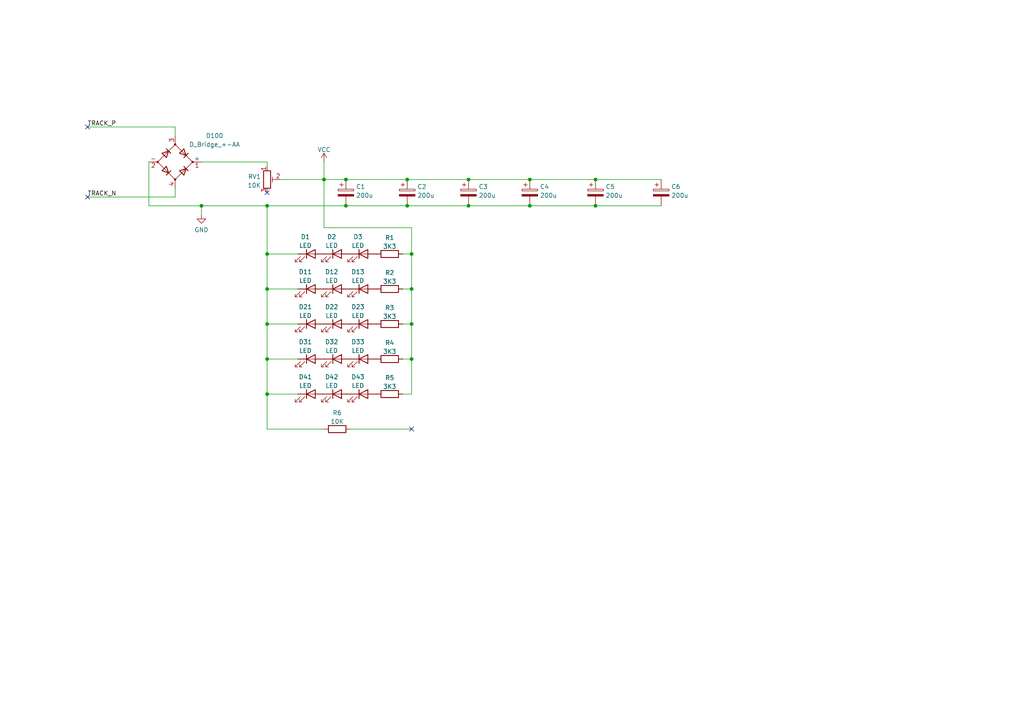
<source format=kicad_sch>
(kicad_sch (version 20211123) (generator eeschema)
  (paper "A4")
  (lib_symbols
    (symbol "Device:C_Polarized" (pin_numbers hide) (pin_names (offset 0.254))
      (property "Reference" "C" (at 0.635 2.54 0))
      (property "Value" "C_Polarized" (at 0.635 -2.54 0))
      (symbol "C_Polarized_0_1"
        (rectangle (start -2.286 0.508) (end 2.286 1.016))
        (polyline (pts (xy -1.778 2.286) (xy -0.762 2.286)))
        (polyline (pts (xy -1.27 2.794) (xy -1.27 1.778)))
        (rectangle (start 2.286 -0.508) (end -2.286 -1.016) (fill (type outline)))
      )
      (symbol "C_Polarized_1_1"
        (pin passive line (at 0 3.81 270) (length 2.794) (name "~") (number "1"))
        (pin passive line (at 0 -3.81 90) (length 2.794) (name "~") (number "2"))
      )
    )
    (symbol "Device:D_Bridge_+-AA" (pin_names (offset 0))
      (property "Reference" "D" (at 2.54 6.985 0))
      (property "Value" "D_Bridge_+-AA" (at 2.54 5.08 0))
      (symbol "D_Bridge_+-AA_0_1"
        (circle (center -5.08 0) (radius 0.254) (fill (type outline)))
        (circle (center 0 -5.08) (radius 0.254) (fill (type outline)))
        (polyline (pts (xy -2.54 3.81) (xy -1.27 2.54)) (stroke (width 0.254)))
        (polyline (pts (xy -1.27 -2.54) (xy -2.54 -3.81)) (stroke (width 0.254)))
        (polyline (pts (xy 2.54 -1.27) (xy 3.81 -2.54)) (stroke (width 0.254)))
        (polyline (pts (xy 2.54 1.27) (xy 3.81 2.54)) (stroke (width 0.254)))
        (polyline (pts (xy -3.81 2.54) (xy -2.54 1.27) (xy -1.905 3.175) (xy -3.81 2.54)) (stroke (width 0.254)))
        (polyline (pts (xy -2.54 -1.27) (xy -3.81 -2.54) (xy -1.905 -3.175) (xy -2.54 -1.27)) (stroke (width 0.254)))
        (polyline (pts (xy 1.27 2.54) (xy 2.54 3.81) (xy 3.175 1.905) (xy 1.27 2.54)) (stroke (width 0.254)))
        (polyline (pts (xy 3.175 -1.905) (xy 1.27 -2.54) (xy 2.54 -3.81) (xy 3.175 -1.905)) (stroke (width 0.254)))
        (polyline (pts (xy -5.08 0) (xy 0 -5.08) (xy 5.08 0) (xy 0 5.08) (xy -5.08 0)))
        (circle (center 0 5.08) (radius 0.254) (fill (type outline)))
        (circle (center 5.08 0) (radius 0.254) (fill (type outline)))
      )
      (symbol "D_Bridge_+-AA_1_1"
        (pin passive line (at 7.62 0 180) (length 2.54) (name "+") (number "1"))
        (pin passive line (at -7.62 0 0) (length 2.54) (name "-") (number "2"))
        (pin passive line (at 0 7.62 270) (length 2.54) (name "~") (number "3"))
        (pin passive line (at 0 -7.62 90) (length 2.54) (name "~") (number "4"))
      )
    )
    (symbol "Device:LED" (pin_numbers hide) (pin_names (offset 1.016) hide)
      (property "Reference" "D" (at 0 2.54 0))
      (property "Value" "LED" (at 0 -2.54 0))
      (symbol "LED_0_1"
        (polyline (pts (xy -1.27 -1.27) (xy -1.27 1.27)) (stroke (width 0.254)))
        (polyline (pts (xy -1.27 0) (xy 1.27 0)))
        (polyline (pts (xy 1.27 -1.27) (xy 1.27 1.27) (xy -1.27 0) (xy 1.27 -1.27)) (stroke (width 0.254)))
        (polyline (pts (xy -3.048 -0.762) (xy -4.572 -2.286) (xy -3.81 -2.286) (xy -4.572 -2.286) (xy -4.572 -1.524)))
        (polyline (pts (xy -1.778 -0.762) (xy -3.302 -2.286) (xy -2.54 -2.286) (xy -3.302 -2.286) (xy -3.302 -1.524)))
      )
      (symbol "LED_1_1"
        (pin passive line (at -3.81 0 0) (length 2.54) (name "K") (number "1"))
        (pin passive line (at 3.81 0 180) (length 2.54) (name "A") (number "2"))
      )
    )
    (symbol "Device:R" (pin_numbers hide) (pin_names (offset 0))
      (property "Reference" "R" (at 2.032 0 90))
      (property "Value" "R" (at 0 0 90))
      (symbol "R_0_1"
        (rectangle (start -1.016 -2.54) (end 1.016 2.54) (stroke (width 0.254)))
      )
      (symbol "R_1_1"
        (pin passive line (at 0 3.81 270) (length 1.27) (name "~") (number "1"))
        (pin passive line (at 0 -3.81 90) (length 1.27) (name "~") (number "2"))
      )
    )
    (symbol "Device:R_Potentiometer_Trim" (pin_names (offset 1.016) hide)
      (property "Reference" "RV" (at -4.445 0 90))
      (property "Value" "R_Potentiometer_Trim" (at -2.54 0 90))
      (symbol "R_Potentiometer_Trim_0_1"
        (polyline (pts (xy 1.524 0.762) (xy 1.524 -0.762)))
        (polyline (pts (xy 2.54 0) (xy 1.524 0)))
        (rectangle (start 1.016 2.54) (end -1.016 -2.54) (stroke (width 0.254)))
      )
      (symbol "R_Potentiometer_Trim_1_1"
        (pin passive line (at 0 3.81 270) (length 1.27) (name "1") (number "1"))
        (pin passive line (at 3.81 0 180) (length 1.27) (name "2") (number "2"))
        (pin passive line (at 0 -3.81 90) (length 1.27) (name "3") (number "3"))
      )
    )
    (symbol "power:GND" (power) (pin_names (offset 0))
      (property "Value" "GND" (at 0 -3.81 0))
      (symbol "GND_0_1"
        (polyline (pts (xy 0 0) (xy 0 -1.27) (xy 1.27 -1.27) (xy 0 -2.54) (xy -1.27 -1.27) (xy 0 -1.27)))
      )
      (symbol "GND_1_1"
        (pin power_in line (at 0 0 270) (length 0) hide (name "GND") (number "1"))
      )
    )
    (symbol "power:VCC" (power) (pin_names (offset 0))
      (property "Value" "VCC" (at 0 3.81 0))
      (symbol "VCC_0_1"
        (polyline (pts (xy -0.762 1.27) (xy 0 2.54)))
        (polyline (pts (xy 0 0) (xy 0 2.54)))
        (polyline (pts (xy 0 2.54) (xy 0.762 1.27)))
      )
      (symbol "VCC_1_1"
        (pin power_in line (at 0 0 90) (length 0) hide (name "VCC") (number "1"))
      )
    )
  )
  (junction (at 118.11 52.07))
  (junction (at 77.47 59.69))
  (junction (at 77.47 114.3))
  (junction (at 119.38 83.82))
  (junction (at 77.47 73.66))
  (junction (at 172.72 59.69))
  (junction (at 135.89 52.07))
  (junction (at 58.42 59.69))
  (junction (at 119.38 73.66))
  (junction (at 153.67 52.07))
  (junction (at 135.89 59.69))
  (junction (at 77.47 83.82))
  (junction (at 118.11 59.69))
  (junction (at 77.47 93.98))
  (junction (at 93.98 52.07))
  (junction (at 119.38 104.14))
  (junction (at 153.67 59.69))
  (junction (at 100.33 52.07))
  (junction (at 119.38 93.98))
  (junction (at 77.47 104.14))
  (junction (at 172.72 52.07))
  (junction (at 100.33 59.69))
  (no_connect (at 119.38 124.46))
  (no_connect (at 25.4 57.15))
  (no_connect (at 25.4 36.83))
  (no_connect (at 77.47 55.88))
  (wire (pts (xy 25.4 57.15) (xy 50.8 57.15)))
  (wire (pts (xy 25.4 36.83) (xy 50.8 36.83)))
  (wire (pts (xy 119.38 93.98) (xy 116.84 93.98)))
  (wire (pts (xy 119.38 83.82) (xy 119.38 93.98)))
  (wire (pts (xy 153.67 59.69) (xy 172.72 59.69)))
  (wire (pts (xy 119.38 66.04) (xy 119.38 73.66)))
  (wire (pts (xy 86.36 73.66) (xy 77.47 73.66)))
  (wire (pts (xy 77.47 104.14) (xy 77.47 114.3)))
  (wire (pts (xy 43.18 59.69) (xy 58.42 59.69)))
  (wire (pts (xy 77.47 83.82) (xy 77.47 73.66)))
  (wire (pts (xy 119.38 73.66) (xy 119.38 83.82)))
  (wire (pts (xy 93.98 46.99) (xy 93.98 52.07)))
  (wire (pts (xy 119.38 83.82) (xy 116.84 83.82)))
  (wire (pts (xy 93.98 66.04) (xy 119.38 66.04)))
  (wire (pts (xy 77.47 124.46) (xy 93.98 124.46)))
  (wire (pts (xy 101.6 124.46) (xy 119.38 124.46)))
  (wire (pts (xy 58.42 59.69) (xy 77.47 59.69)))
  (wire (pts (xy 77.47 114.3) (xy 77.47 124.46)))
  (wire (pts (xy 119.38 104.14) (xy 116.84 104.14)))
  (wire (pts (xy 50.8 54.61) (xy 50.8 57.15)))
  (wire (pts (xy 77.47 93.98) (xy 77.47 104.14)))
  (wire (pts (xy 77.47 59.69) (xy 77.47 73.66)))
  (wire (pts (xy 86.36 104.14) (xy 77.47 104.14)))
  (wire (pts (xy 100.33 59.69) (xy 118.11 59.69)))
  (wire (pts (xy 86.36 114.3) (xy 77.47 114.3)))
  (wire (pts (xy 118.11 52.07) (xy 135.89 52.07)))
  (wire (pts (xy 50.8 39.37) (xy 50.8 36.83)))
  (wire (pts (xy 119.38 114.3) (xy 116.84 114.3)))
  (wire (pts (xy 119.38 73.66) (xy 116.84 73.66)))
  (wire (pts (xy 81.28 52.07) (xy 93.98 52.07)))
  (wire (pts (xy 58.42 59.69) (xy 58.42 62.23)))
  (wire (pts (xy 100.33 52.07) (xy 118.11 52.07)))
  (wire (pts (xy 118.11 59.69) (xy 135.89 59.69)))
  (wire (pts (xy 135.89 52.07) (xy 153.67 52.07)))
  (wire (pts (xy 135.89 59.69) (xy 153.67 59.69)))
  (wire (pts (xy 172.72 59.69) (xy 191.77 59.69)))
  (wire (pts (xy 119.38 93.98) (xy 119.38 104.14)))
  (wire (pts (xy 77.47 46.99) (xy 77.47 48.26)))
  (wire (pts (xy 77.47 59.69) (xy 100.33 59.69)))
  (wire (pts (xy 58.42 46.99) (xy 77.47 46.99)))
  (wire (pts (xy 172.72 52.07) (xy 191.77 52.07)))
  (wire (pts (xy 86.36 83.82) (xy 77.47 83.82)))
  (wire (pts (xy 119.38 104.14) (xy 119.38 114.3)))
  (wire (pts (xy 86.36 93.98) (xy 77.47 93.98)))
  (wire (pts (xy 153.67 52.07) (xy 172.72 52.07)))
  (wire (pts (xy 43.18 46.99) (xy 43.18 59.69)))
  (wire (pts (xy 93.98 52.07) (xy 100.33 52.07)))
  (wire (pts (xy 93.98 52.07) (xy 93.98 66.04)))
  (wire (pts (xy 77.47 83.82) (xy 77.47 93.98)))
  (label "TRACK_N" (at 25.4 57.15 0))
  (label "TRACK_P" (at 25.4 36.83 0))
  (symbol (lib_id "Device:C_Polarized") (at 153.67 55.88 0) (unit 1)
    (property "Reference" "C4" (at 156.591 54.1563 0) (effects (justify left)))
    (property "Value" "200u" (at 156.591 56.6932 0) (effects (justify left)))
    (property "Footprint" "Capacitor_Tantalum_SMD:CP_EIA-7343-31_Kemet-D_Pad2.25x2.55mm_HandSolder" (effects hide))
  )
  (symbol (lib_id "Device:C_Polarized") (at 172.72 55.88 0) (unit 1)
    (property "Reference" "C5" (at 175.641 54.1563 0) (effects (justify left)))
    (property "Value" "200u" (at 175.641 56.6932 0) (effects (justify left)))
    (property "Footprint" "Capacitor_Tantalum_SMD:CP_EIA-7343-31_Kemet-D_Pad2.25x2.55mm_HandSolder" (effects hide))
  )
  (symbol (lib_id "Device:LED") (at 105.41 114.3 0) (unit 1)
    (property "Reference" "D43" (at 103.8225 109.3302 0))
    (property "Value" "LED" (at 103.8225 111.8671 0))
    (property "Footprint" "LED_SMD:LED_PLCC_2835_Handsoldering" (effects hide))
  )
  (symbol (lib_id "Device:R") (at 113.03 114.3 90) (unit 1)
    (property "Reference" "R5" (at 113.03 109.5842 90))
    (property "Value" "3K3" (at 113.03 112.1211 90))
    (property "Footprint" "Resistor_SMD:R_1206_3216Metric_Pad1.30x1.75mm_HandSolder" (effects hide))
  )
  (symbol (lib_id "Device:LED") (at 97.79 93.98 0) (unit 1)
    (property "Reference" "D22" (at 96.2025 89.0102 0))
    (property "Value" "LED" (at 96.2025 91.5471 0))
    (property "Footprint" "LED_SMD:LED_PLCC_2835_Handsoldering" (effects hide))
  )
  (symbol (lib_id "Device:LED") (at 90.17 83.82 0) (unit 1)
    (property "Reference" "D11" (at 88.5825 78.8502 0))
    (property "Value" "LED" (at 88.5825 81.3871 0))
    (property "Footprint" "LED_SMD:LED_PLCC_2835_Handsoldering" (effects hide))
  )
  (symbol (lib_id "Device:R") (at 113.03 83.82 90) (unit 1)
    (property "Reference" "R2" (at 113.03 79.1042 90))
    (property "Value" "3K3" (at 113.03 81.6411 90))
    (property "Footprint" "Resistor_SMD:R_1206_3216Metric_Pad1.30x1.75mm_HandSolder" (effects hide))
  )
  (symbol (lib_id "Device:LED") (at 90.17 104.14 0) (unit 1)
    (property "Reference" "D31" (at 88.5825 99.1702 0))
    (property "Value" "LED" (at 88.5825 101.7071 0))
    (property "Footprint" "LED_SMD:LED_PLCC_2835_Handsoldering" (effects hide))
  )
  (symbol (lib_id "Device:LED") (at 90.17 114.3 0) (unit 1)
    (property "Reference" "D41" (at 88.5825 109.3302 0))
    (property "Value" "LED" (at 88.5825 111.8671 0))
    (property "Footprint" "LED_SMD:LED_PLCC_2835_Handsoldering" (effects hide))
  )
  (symbol (lib_id "Device:D_Bridge_+-AA") (at 50.8 46.99 0) (unit 1)
    (property "Reference" "D100" (at 62.23 39.37 0))
    (property "Value" "D_Bridge_+-AA" (at 62.23 41.91 0))
    (property "Footprint" "Package_TO_SOT_SMD:TO-269AA" (effects hide))
  )
  (symbol (lib_id "Device:LED") (at 97.79 104.14 0) (unit 1)
    (property "Reference" "D32" (at 96.2025 99.1702 0))
    (property "Value" "LED" (at 96.2025 101.7071 0))
    (property "Footprint" "LED_SMD:LED_PLCC_2835_Handsoldering" (effects hide))
  )
  (symbol (lib_id "power:GND") (at 58.42 62.23 0) (unit 1)
    (property "Reference" "#PWR0102" (effects hide))
    (property "Value" "GND" (at 58.42 66.6734 0))
  )
  (symbol (lib_id "power:VCC") (at 93.98 46.99 0) (unit 1)
    (property "Reference" "#PWR0101" (effects hide))
    (property "Value" "VCC" (at 93.98 43.4142 0))
  )
  (symbol (lib_id "Device:LED") (at 97.79 73.66 0) (unit 1)
    (property "Reference" "D2" (at 96.2025 68.6902 0))
    (property "Value" "LED" (at 96.2025 71.2271 0))
    (property "Footprint" "LED_SMD:LED_PLCC_2835_Handsoldering" (effects hide))
  )
  (symbol (lib_id "Device:R_Potentiometer_Trim") (at 77.47 52.07 0) (unit 1)
    (property "Reference" "RV1" (at 75.692 51.2353 0) (effects (justify right)))
    (property "Value" "10K" (at 75.692 53.7722 0) (effects (justify right)))
    (property "Footprint" "Potentiometer_SMD:Potentiometer_Bourns_TC33X_Vertical" (effects hide))
  )
  (symbol (lib_id "Device:LED") (at 105.41 73.66 0) (unit 1)
    (property "Reference" "D3" (at 103.8225 68.6902 0))
    (property "Value" "LED" (at 103.8225 71.2271 0))
    (property "Footprint" "LED_SMD:LED_PLCC_2835_Handsoldering" (effects hide))
  )
  (symbol (lib_id "Device:R") (at 113.03 73.66 90) (unit 1)
    (property "Reference" "R1" (at 113.03 68.9442 90))
    (property "Value" "3K3" (at 113.03 71.4811 90))
    (property "Footprint" "Resistor_SMD:R_1206_3216Metric_Pad1.30x1.75mm_HandSolder" (effects hide))
  )
  (symbol (lib_id "Device:LED") (at 90.17 73.66 0) (unit 1)
    (property "Reference" "D1" (at 88.5825 68.6902 0))
    (property "Value" "LED" (at 88.5825 71.2271 0))
    (property "Footprint" "LED_SMD:LED_PLCC_2835_Handsoldering" (effects hide))
  )
  (symbol (lib_id "Device:C_Polarized") (at 100.33 55.88 0) (unit 1)
    (property "Reference" "C1" (at 103.251 54.1563 0) (effects (justify left)))
    (property "Value" "200u" (at 103.251 56.6932 0) (effects (justify left)))
    (property "Footprint" "Capacitor_Tantalum_SMD:CP_EIA-7343-31_Kemet-D_Pad2.25x2.55mm_HandSolder" (effects hide))
  )
  (symbol (lib_id "Device:LED") (at 97.79 114.3 0) (unit 1)
    (property "Reference" "D42" (at 96.2025 109.3302 0))
    (property "Value" "LED" (at 96.2025 111.8671 0))
    (property "Footprint" "LED_SMD:LED_PLCC_2835_Handsoldering" (effects hide))
  )
  (symbol (lib_id "Device:LED") (at 105.41 104.14 0) (unit 1)
    (property "Reference" "D33" (at 103.8225 99.1702 0))
    (property "Value" "LED" (at 103.8225 101.7071 0))
    (property "Footprint" "LED_SMD:LED_PLCC_2835_Handsoldering" (effects hide))
  )
  (symbol (lib_id "Device:C_Polarized") (at 118.11 55.88 0) (unit 1)
    (property "Reference" "C2" (at 121.031 54.1563 0) (effects (justify left)))
    (property "Value" "200u" (at 121.031 56.6932 0) (effects (justify left)))
    (property "Footprint" "Capacitor_Tantalum_SMD:CP_EIA-7343-31_Kemet-D_Pad2.25x2.55mm_HandSolder" (effects hide))
  )
  (symbol (lib_id "Device:LED") (at 90.17 93.98 0) (unit 1)
    (property "Reference" "D21" (at 88.5825 89.0102 0))
    (property "Value" "LED" (at 88.5825 91.5471 0))
    (property "Footprint" "LED_SMD:LED_PLCC_2835_Handsoldering" (effects hide))
  )
  (symbol (lib_id "Device:R") (at 113.03 93.98 90) (unit 1)
    (property "Reference" "R3" (at 113.03 89.2642 90))
    (property "Value" "3K3" (at 113.03 91.8011 90))
    (property "Footprint" "Resistor_SMD:R_1206_3216Metric_Pad1.30x1.75mm_HandSolder" (effects hide))
  )
  (symbol (lib_id "Device:C_Polarized") (at 191.77 55.88 0) (unit 1)
    (property "Reference" "C6" (at 194.691 54.1563 0) (effects (justify left)))
    (property "Value" "200u" (at 194.691 56.6932 0) (effects (justify left)))
    (property "Footprint" "Capacitor_Tantalum_SMD:CP_EIA-7343-31_Kemet-D_Pad2.25x2.55mm_HandSolder" (effects hide))
  )
  (symbol (lib_id "Device:C_Polarized") (at 135.89 55.88 0) (unit 1)
    (property "Reference" "C3" (at 138.811 54.1563 0) (effects (justify left)))
    (property "Value" "200u" (at 138.811 56.6932 0) (effects (justify left)))
    (property "Footprint" "Capacitor_Tantalum_SMD:CP_EIA-7343-31_Kemet-D_Pad2.25x2.55mm_HandSolder" (effects hide))
  )
  (symbol (lib_id "Device:R") (at 113.03 104.14 90) (unit 1)
    (property "Reference" "R4" (at 113.03 99.4242 90))
    (property "Value" "3K3" (at 113.03 101.9611 90))
    (property "Footprint" "Resistor_SMD:R_1206_3216Metric_Pad1.30x1.75mm_HandSolder" (effects hide))
  )
  (symbol (lib_id "Device:LED") (at 105.41 83.82 0) (unit 1)
    (property "Reference" "D13" (at 103.8225 78.8502 0))
    (property "Value" "LED" (at 103.8225 81.3871 0))
    (property "Footprint" "LED_SMD:LED_PLCC_2835_Handsoldering" (effects hide))
  )
  (symbol (lib_id "Device:R") (at 97.79 124.46 270) (unit 1)
    (property "Reference" "R6" (at 97.79 119.7442 90))
    (property "Value" "10K" (at 97.79 122.2811 90))
    (property "Footprint" "Resistor_SMD:R_1206_3216Metric_Pad1.30x1.75mm_HandSolder" (effects hide))
  )
  (symbol (lib_id "Device:LED") (at 105.41 93.98 0) (unit 1)
    (property "Reference" "D23" (at 103.8225 89.0102 0))
    (property "Value" "LED" (at 103.8225 91.5471 0))
    (property "Footprint" "LED_SMD:LED_PLCC_2835_Handsoldering" (effects hide))
  )
  (symbol (lib_id "Device:LED") (at 97.79 83.82 0) (unit 1)
    (property "Reference" "D12" (at 96.2025 78.8502 0))
    (property "Value" "LED" (at 96.2025 81.3871 0))
    (property "Footprint" "LED_SMD:LED_PLCC_2835_Handsoldering" (effects hide))
  )
)
</source>
